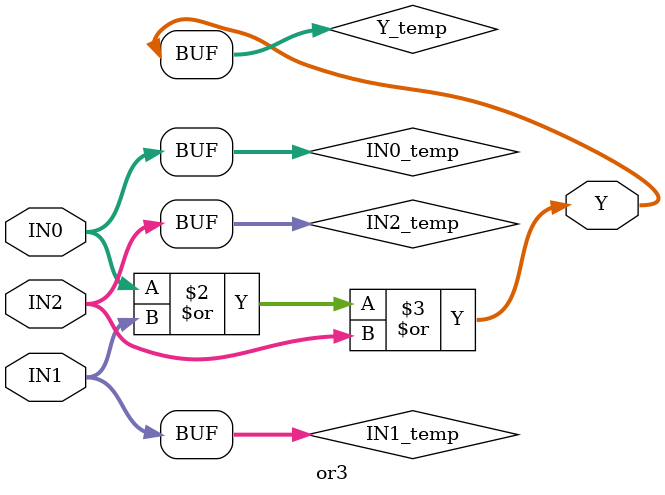
<source format=v>
module or3(IN0,IN1,IN2,Y);
  parameter N = 8;
  parameter DPFLAG = 1;
  parameter GROUP = "dpath1";
  parameter
        d_IN0 = 0,
        d_IN1 = 0,
        d_IN2 = 0,
        d_Y = 1;
  input [(N - 1):0] IN0;
  input [(N - 1):0] IN1;
  input [(N - 1):0] IN2;
  output [(N - 1):0] Y;
  wire [(N - 1):0] IN0_temp;
  wire [(N - 1):0] IN1_temp;
  wire [(N - 1):0] IN2_temp;
  reg [(N - 1):0] Y_temp;
  assign #(d_IN0) IN0_temp = IN0;
  assign #(d_IN1) IN1_temp = IN1;
  assign #(d_IN2) IN2_temp = IN2;
  assign #(d_Y) Y = Y_temp;
  always
    @(IN0_temp or IN1_temp or IN2_temp)
      begin
      Y_temp = ((IN0_temp | IN1_temp) | IN2_temp);
      end
endmodule

</source>
